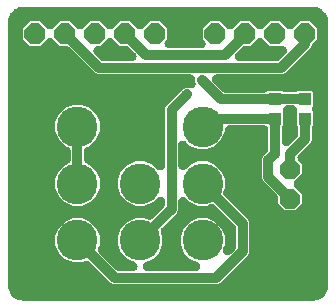
<source format=gbr>
G04 EAGLE Gerber RS-274X export*
G75*
%MOMM*%
%FSLAX34Y34*%
%LPD*%
%INTop Copper*%
%IPPOS*%
%AMOC8*
5,1,8,0,0,1.08239X$1,22.5*%
G01*
%ADD10P,1.814519X8X292.500000*%
%ADD11R,1.100000X1.000000*%
%ADD12C,3.450000*%
%ADD13P,1.924489X8X112.500000*%
%ADD14C,0.812800*%
%ADD15C,0.600000*%

G36*
X261137Y2520D02*
X261137Y2520D01*
X261258Y2520D01*
X262951Y2687D01*
X263152Y2721D01*
X263353Y2747D01*
X263415Y2766D01*
X263513Y2782D01*
X264055Y2956D01*
X264085Y2970D01*
X264108Y2977D01*
X267235Y4272D01*
X267340Y4325D01*
X267450Y4369D01*
X267595Y4452D01*
X267745Y4527D01*
X267842Y4594D01*
X267944Y4652D01*
X268033Y4725D01*
X268214Y4850D01*
X268463Y5079D01*
X268553Y5153D01*
X270947Y7547D01*
X271024Y7636D01*
X271109Y7718D01*
X271211Y7851D01*
X271321Y7977D01*
X271385Y8076D01*
X271457Y8169D01*
X271511Y8270D01*
X271630Y8455D01*
X271773Y8762D01*
X271828Y8865D01*
X273123Y11992D01*
X273188Y12186D01*
X273260Y12376D01*
X273272Y12439D01*
X273304Y12533D01*
X273407Y13093D01*
X273408Y13126D01*
X273413Y13149D01*
X273580Y14842D01*
X273587Y15119D01*
X273599Y15240D01*
X273599Y238660D01*
X273580Y238937D01*
X273580Y239058D01*
X273413Y240751D01*
X273379Y240952D01*
X273353Y241153D01*
X273334Y241215D01*
X273318Y241313D01*
X273144Y241855D01*
X273130Y241885D01*
X273123Y241908D01*
X271828Y245035D01*
X271775Y245140D01*
X271731Y245250D01*
X271648Y245395D01*
X271573Y245545D01*
X271506Y245642D01*
X271448Y245744D01*
X271375Y245833D01*
X271250Y246014D01*
X271021Y246263D01*
X270947Y246353D01*
X268553Y248747D01*
X268464Y248824D01*
X268382Y248909D01*
X268249Y249011D01*
X268123Y249121D01*
X268024Y249185D01*
X267931Y249257D01*
X267830Y249311D01*
X267645Y249430D01*
X267338Y249573D01*
X267235Y249628D01*
X264108Y250923D01*
X263914Y250988D01*
X263724Y251060D01*
X263661Y251072D01*
X263567Y251104D01*
X263007Y251207D01*
X262974Y251208D01*
X262951Y251213D01*
X261258Y251380D01*
X260981Y251387D01*
X260860Y251399D01*
X15240Y251399D01*
X14963Y251380D01*
X14842Y251380D01*
X13149Y251213D01*
X12948Y251179D01*
X12747Y251153D01*
X12685Y251134D01*
X12587Y251118D01*
X12045Y250944D01*
X12015Y250930D01*
X11992Y250923D01*
X8865Y249628D01*
X8760Y249575D01*
X8650Y249531D01*
X8505Y249448D01*
X8355Y249373D01*
X8258Y249306D01*
X8156Y249248D01*
X8067Y249175D01*
X7886Y249050D01*
X7637Y248821D01*
X7547Y248747D01*
X5153Y246353D01*
X5076Y246264D01*
X4991Y246182D01*
X4889Y246049D01*
X4779Y245923D01*
X4715Y245824D01*
X4643Y245731D01*
X4589Y245630D01*
X4470Y245445D01*
X4327Y245138D01*
X4272Y245035D01*
X2977Y241908D01*
X2912Y241714D01*
X2840Y241524D01*
X2828Y241461D01*
X2796Y241367D01*
X2693Y240807D01*
X2692Y240774D01*
X2687Y240751D01*
X2520Y239058D01*
X2513Y238781D01*
X2501Y238660D01*
X2501Y15240D01*
X2520Y14963D01*
X2520Y14842D01*
X2687Y13149D01*
X2721Y12948D01*
X2747Y12747D01*
X2766Y12685D01*
X2782Y12587D01*
X2956Y12045D01*
X2970Y12015D01*
X2977Y11992D01*
X4272Y8865D01*
X4325Y8760D01*
X4369Y8650D01*
X4452Y8505D01*
X4527Y8355D01*
X4594Y8258D01*
X4652Y8156D01*
X4725Y8067D01*
X4850Y7886D01*
X5079Y7637D01*
X5153Y7547D01*
X7547Y5153D01*
X7636Y5076D01*
X7718Y4991D01*
X7850Y4889D01*
X7977Y4779D01*
X8076Y4715D01*
X8169Y4643D01*
X8270Y4589D01*
X8455Y4470D01*
X8762Y4327D01*
X8865Y4272D01*
X11992Y2977D01*
X12186Y2912D01*
X12376Y2840D01*
X12439Y2828D01*
X12533Y2796D01*
X13093Y2693D01*
X13126Y2692D01*
X13149Y2687D01*
X14842Y2520D01*
X15119Y2513D01*
X15240Y2501D01*
X260860Y2501D01*
X261137Y2520D01*
G37*
%LPC*%
G36*
X91949Y16279D02*
X91949Y16279D01*
X89904Y17126D01*
X87767Y19263D01*
X72006Y35024D01*
X72004Y35026D01*
X72002Y35028D01*
X71796Y35207D01*
X71576Y35398D01*
X71574Y35399D01*
X71572Y35401D01*
X71331Y35557D01*
X71098Y35708D01*
X71095Y35709D01*
X71093Y35710D01*
X70836Y35829D01*
X70581Y35947D01*
X70578Y35948D01*
X70576Y35949D01*
X70309Y36030D01*
X70036Y36113D01*
X70033Y36113D01*
X70030Y36114D01*
X69745Y36158D01*
X69473Y36200D01*
X69470Y36200D01*
X69467Y36200D01*
X69179Y36204D01*
X68903Y36208D01*
X68900Y36207D01*
X68897Y36207D01*
X68626Y36172D01*
X68338Y36136D01*
X68335Y36135D01*
X68332Y36134D01*
X68320Y36131D01*
X67788Y35985D01*
X67660Y35930D01*
X67578Y35905D01*
X65030Y34849D01*
X57570Y34849D01*
X50679Y37704D01*
X45404Y42979D01*
X42549Y49870D01*
X42549Y57330D01*
X45404Y64221D01*
X50679Y69496D01*
X57570Y72351D01*
X65030Y72351D01*
X71921Y69496D01*
X77196Y64221D01*
X80051Y57330D01*
X80051Y49870D01*
X78995Y47322D01*
X78994Y47319D01*
X78993Y47317D01*
X78906Y47056D01*
X78815Y46781D01*
X78814Y46779D01*
X78813Y46776D01*
X78763Y46500D01*
X78711Y46221D01*
X78711Y46219D01*
X78711Y46216D01*
X78699Y45927D01*
X78687Y45652D01*
X78688Y45649D01*
X78688Y45646D01*
X78715Y45371D01*
X78743Y45085D01*
X78744Y45082D01*
X78744Y45079D01*
X78812Y44804D01*
X78878Y44531D01*
X78879Y44529D01*
X78880Y44526D01*
X78990Y44251D01*
X79089Y44002D01*
X79091Y44000D01*
X79092Y43997D01*
X79235Y43747D01*
X79372Y43507D01*
X79374Y43505D01*
X79375Y43503D01*
X79384Y43492D01*
X79721Y43057D01*
X79822Y42960D01*
X79876Y42894D01*
X94171Y28599D01*
X94216Y28559D01*
X94257Y28515D01*
X94431Y28373D01*
X94601Y28225D01*
X94652Y28192D01*
X94698Y28154D01*
X94891Y28037D01*
X95079Y27915D01*
X95134Y27890D01*
X95186Y27859D01*
X95392Y27770D01*
X95596Y27675D01*
X95654Y27658D01*
X95709Y27634D01*
X95926Y27575D01*
X96141Y27510D01*
X96201Y27501D01*
X96259Y27485D01*
X96376Y27474D01*
X96704Y27423D01*
X96929Y27420D01*
X97044Y27409D01*
X108106Y27409D01*
X108164Y27413D01*
X108221Y27410D01*
X108447Y27433D01*
X108674Y27449D01*
X108731Y27461D01*
X108788Y27466D01*
X109009Y27520D01*
X109232Y27568D01*
X109286Y27588D01*
X109342Y27601D01*
X109553Y27685D01*
X109767Y27764D01*
X109818Y27791D01*
X109871Y27812D01*
X110068Y27925D01*
X110269Y28032D01*
X110316Y28066D01*
X110366Y28095D01*
X110545Y28234D01*
X110729Y28369D01*
X110770Y28409D01*
X110816Y28444D01*
X110974Y28607D01*
X111137Y28766D01*
X111173Y28812D01*
X111213Y28853D01*
X111347Y29037D01*
X111486Y29217D01*
X111515Y29267D01*
X111549Y29314D01*
X111656Y29514D01*
X111768Y29712D01*
X111790Y29765D01*
X111817Y29816D01*
X111894Y30030D01*
X111978Y30241D01*
X111992Y30297D01*
X112012Y30352D01*
X112059Y30574D01*
X112113Y30795D01*
X112118Y30853D01*
X112130Y30909D01*
X112146Y31136D01*
X112168Y31362D01*
X112165Y31420D01*
X112169Y31477D01*
X112153Y31704D01*
X112143Y31932D01*
X112133Y31988D01*
X112129Y32046D01*
X112081Y32268D01*
X112039Y32492D01*
X112021Y32546D01*
X112009Y32603D01*
X111930Y32816D01*
X111858Y33032D01*
X111832Y33084D01*
X111812Y33138D01*
X111705Y33338D01*
X111603Y33541D01*
X111570Y33589D01*
X111543Y33640D01*
X111408Y33823D01*
X111279Y34010D01*
X111240Y34053D01*
X111206Y34099D01*
X111047Y34262D01*
X110893Y34429D01*
X110848Y34466D01*
X110808Y34507D01*
X110628Y34646D01*
X110452Y34790D01*
X110402Y34820D01*
X110357Y34855D01*
X110254Y34910D01*
X109964Y35085D01*
X109762Y35172D01*
X109661Y35226D01*
X103679Y37704D01*
X98404Y42979D01*
X95549Y49870D01*
X95549Y57330D01*
X98404Y64221D01*
X103679Y69496D01*
X110570Y72351D01*
X118030Y72351D01*
X120578Y71295D01*
X120581Y71294D01*
X120583Y71293D01*
X120847Y71205D01*
X121119Y71115D01*
X121121Y71114D01*
X121124Y71113D01*
X121400Y71063D01*
X121679Y71011D01*
X121681Y71011D01*
X121684Y71011D01*
X121973Y70999D01*
X122248Y70987D01*
X122251Y70988D01*
X122254Y70988D01*
X122529Y71015D01*
X122815Y71043D01*
X122818Y71044D01*
X122821Y71044D01*
X123092Y71111D01*
X123369Y71178D01*
X123371Y71179D01*
X123374Y71180D01*
X123643Y71288D01*
X123898Y71389D01*
X123900Y71391D01*
X123903Y71392D01*
X124153Y71535D01*
X124393Y71672D01*
X124395Y71674D01*
X124397Y71675D01*
X124408Y71684D01*
X124843Y72021D01*
X124940Y72122D01*
X125006Y72176D01*
X134215Y81385D01*
X134255Y81430D01*
X134299Y81471D01*
X134441Y81645D01*
X134589Y81815D01*
X134622Y81866D01*
X134660Y81912D01*
X134777Y82105D01*
X134899Y82293D01*
X134924Y82348D01*
X134955Y82400D01*
X135044Y82606D01*
X135139Y82810D01*
X135156Y82868D01*
X135180Y82923D01*
X135239Y83140D01*
X135304Y83355D01*
X135313Y83415D01*
X135329Y83473D01*
X135340Y83590D01*
X135391Y83918D01*
X135394Y84143D01*
X135405Y84258D01*
X135405Y86378D01*
X135397Y86493D01*
X135399Y86608D01*
X135377Y86777D01*
X135365Y86947D01*
X135341Y87059D01*
X135327Y87174D01*
X135282Y87338D01*
X135246Y87504D01*
X135207Y87612D01*
X135176Y87723D01*
X135109Y87879D01*
X135050Y88039D01*
X134996Y88141D01*
X134950Y88246D01*
X134862Y88391D01*
X134782Y88541D01*
X134714Y88634D01*
X134654Y88733D01*
X134546Y88864D01*
X134445Y89001D01*
X134365Y89084D01*
X134292Y89173D01*
X134166Y89288D01*
X134048Y89409D01*
X133957Y89480D01*
X133872Y89558D01*
X133732Y89654D01*
X133597Y89758D01*
X133497Y89815D01*
X133402Y89880D01*
X133250Y89956D01*
X133102Y90040D01*
X132995Y90083D01*
X132892Y90134D01*
X132731Y90188D01*
X132573Y90251D01*
X132460Y90278D01*
X132351Y90314D01*
X132184Y90345D01*
X132019Y90385D01*
X131904Y90396D01*
X131791Y90417D01*
X131621Y90423D01*
X131452Y90440D01*
X131337Y90435D01*
X131221Y90440D01*
X131052Y90423D01*
X130882Y90415D01*
X130769Y90394D01*
X130654Y90383D01*
X130489Y90342D01*
X130322Y90311D01*
X130213Y90275D01*
X130101Y90247D01*
X129943Y90184D01*
X129782Y90130D01*
X129679Y90078D01*
X129572Y90036D01*
X129425Y89951D01*
X129273Y89875D01*
X129178Y89809D01*
X129078Y89752D01*
X128989Y89679D01*
X128804Y89551D01*
X128560Y89326D01*
X128469Y89251D01*
X124921Y85704D01*
X118030Y82849D01*
X110570Y82849D01*
X103679Y85704D01*
X98404Y90979D01*
X95549Y97870D01*
X95549Y105330D01*
X98404Y112221D01*
X103679Y117496D01*
X110570Y120351D01*
X118030Y120351D01*
X124921Y117496D01*
X128469Y113949D01*
X128556Y113873D01*
X128636Y113791D01*
X128771Y113686D01*
X128899Y113575D01*
X128996Y113512D01*
X129087Y113442D01*
X129234Y113358D01*
X129377Y113265D01*
X129482Y113217D01*
X129582Y113160D01*
X129740Y113097D01*
X129894Y113025D01*
X130004Y112992D01*
X130111Y112949D01*
X130277Y112909D01*
X130439Y112860D01*
X130553Y112842D01*
X130665Y112815D01*
X130835Y112799D01*
X131002Y112773D01*
X131117Y112771D01*
X131232Y112760D01*
X131402Y112767D01*
X131572Y112765D01*
X131686Y112780D01*
X131802Y112785D01*
X131969Y112816D01*
X132137Y112837D01*
X132249Y112868D01*
X132362Y112889D01*
X132523Y112943D01*
X132687Y112988D01*
X132793Y113033D01*
X132902Y113070D01*
X133054Y113146D01*
X133210Y113213D01*
X133308Y113273D01*
X133411Y113325D01*
X133551Y113422D01*
X133696Y113510D01*
X133785Y113583D01*
X133880Y113649D01*
X134005Y113764D01*
X134137Y113872D01*
X134214Y113957D01*
X134299Y114035D01*
X134407Y114167D01*
X134522Y114292D01*
X134587Y114387D01*
X134660Y114476D01*
X134748Y114622D01*
X134844Y114762D01*
X134896Y114865D01*
X134955Y114963D01*
X135022Y115119D01*
X135098Y115272D01*
X135134Y115381D01*
X135180Y115487D01*
X135224Y115651D01*
X135278Y115813D01*
X135299Y115926D01*
X135329Y116037D01*
X135340Y116152D01*
X135380Y116373D01*
X135394Y116705D01*
X135405Y116822D01*
X135405Y164937D01*
X136252Y166982D01*
X151026Y181756D01*
X153071Y182603D01*
X155285Y182603D01*
X155736Y182416D01*
X155845Y182379D01*
X155951Y182334D01*
X156115Y182289D01*
X156276Y182235D01*
X156390Y182214D01*
X156501Y182184D01*
X156669Y182163D01*
X156837Y182132D01*
X156952Y182127D01*
X157066Y182113D01*
X157236Y182115D01*
X157406Y182108D01*
X157521Y182120D01*
X157636Y182121D01*
X157803Y182148D01*
X157973Y182164D01*
X158085Y182192D01*
X158199Y182209D01*
X158361Y182259D01*
X158526Y182299D01*
X158634Y182342D01*
X158744Y182375D01*
X158898Y182447D01*
X159056Y182510D01*
X159156Y182567D01*
X159260Y182616D01*
X159403Y182709D01*
X159550Y182793D01*
X159641Y182864D01*
X159738Y182926D01*
X159866Y183038D01*
X160001Y183142D01*
X160081Y183225D01*
X160168Y183301D01*
X160279Y183429D01*
X160397Y183551D01*
X160465Y183644D01*
X160541Y183731D01*
X160633Y183874D01*
X160733Y184011D01*
X160788Y184113D01*
X160850Y184210D01*
X160921Y184364D01*
X161001Y184514D01*
X161041Y184623D01*
X161089Y184727D01*
X161138Y184890D01*
X161196Y185050D01*
X161220Y185163D01*
X161254Y185273D01*
X161279Y185440D01*
X161315Y185607D01*
X161323Y185722D01*
X161340Y185836D01*
X161342Y186006D01*
X161354Y186175D01*
X161346Y186290D01*
X161347Y186406D01*
X161325Y186574D01*
X161313Y186744D01*
X161289Y186856D01*
X161274Y186971D01*
X161241Y187081D01*
X161193Y187301D01*
X161079Y187612D01*
X161045Y187725D01*
X160932Y187996D01*
X160932Y190016D01*
X160916Y190245D01*
X160906Y190476D01*
X160896Y190530D01*
X160892Y190584D01*
X160844Y190810D01*
X160802Y191036D01*
X160785Y191088D01*
X160773Y191142D01*
X160694Y191358D01*
X160621Y191576D01*
X160596Y191625D01*
X160577Y191677D01*
X160469Y191880D01*
X160366Y192085D01*
X160335Y192131D01*
X160309Y192179D01*
X160173Y192365D01*
X160042Y192554D01*
X160005Y192595D01*
X159972Y192639D01*
X159812Y192804D01*
X159656Y192973D01*
X159613Y193008D01*
X159575Y193047D01*
X159393Y193188D01*
X159215Y193334D01*
X159167Y193362D01*
X159124Y193396D01*
X158924Y193510D01*
X158727Y193629D01*
X158677Y193651D01*
X158629Y193678D01*
X158415Y193763D01*
X158204Y193854D01*
X158151Y193868D01*
X158100Y193888D01*
X157875Y193943D01*
X157654Y194003D01*
X157610Y194007D01*
X157546Y194023D01*
X156979Y194078D01*
X156913Y194075D01*
X156869Y194079D01*
X78649Y194079D01*
X76604Y194926D01*
X54511Y217019D01*
X54466Y217059D01*
X54425Y217103D01*
X54251Y217245D01*
X54081Y217393D01*
X54030Y217426D01*
X53984Y217464D01*
X53791Y217581D01*
X53603Y217703D01*
X53548Y217728D01*
X53496Y217759D01*
X53290Y217848D01*
X53086Y217943D01*
X53028Y217960D01*
X52973Y217984D01*
X52756Y218042D01*
X52541Y218108D01*
X52481Y218117D01*
X52423Y218133D01*
X52306Y218144D01*
X51978Y218195D01*
X51753Y218198D01*
X51638Y218209D01*
X46496Y218209D01*
X40973Y223732D01*
X40799Y223883D01*
X40630Y224039D01*
X40584Y224070D01*
X40543Y224106D01*
X40350Y224231D01*
X40160Y224361D01*
X40111Y224386D01*
X40065Y224416D01*
X39856Y224513D01*
X39650Y224615D01*
X39598Y224632D01*
X39548Y224656D01*
X39327Y224722D01*
X39109Y224795D01*
X39055Y224805D01*
X39003Y224821D01*
X38775Y224856D01*
X38549Y224897D01*
X38494Y224900D01*
X38440Y224908D01*
X38210Y224911D01*
X37979Y224920D01*
X37925Y224915D01*
X37870Y224916D01*
X37641Y224887D01*
X37412Y224864D01*
X37359Y224851D01*
X37305Y224844D01*
X37082Y224783D01*
X36859Y224728D01*
X36808Y224708D01*
X36755Y224693D01*
X36544Y224602D01*
X36330Y224517D01*
X36282Y224489D01*
X36232Y224467D01*
X36035Y224348D01*
X35836Y224233D01*
X35802Y224205D01*
X35746Y224171D01*
X35305Y223809D01*
X35261Y223760D01*
X35227Y223732D01*
X29704Y218209D01*
X21096Y218209D01*
X15009Y224296D01*
X15009Y232904D01*
X21096Y238991D01*
X29704Y238991D01*
X35227Y233468D01*
X35401Y233317D01*
X35570Y233161D01*
X35616Y233130D01*
X35657Y233094D01*
X35850Y232969D01*
X36040Y232839D01*
X36089Y232814D01*
X36135Y232784D01*
X36344Y232687D01*
X36550Y232585D01*
X36602Y232568D01*
X36652Y232544D01*
X36872Y232478D01*
X37091Y232405D01*
X37145Y232395D01*
X37197Y232379D01*
X37424Y232344D01*
X37651Y232303D01*
X37706Y232300D01*
X37760Y232292D01*
X37990Y232289D01*
X38221Y232280D01*
X38275Y232285D01*
X38330Y232284D01*
X38558Y232313D01*
X38787Y232336D01*
X38841Y232349D01*
X38895Y232356D01*
X39118Y232417D01*
X39341Y232472D01*
X39392Y232492D01*
X39445Y232507D01*
X39656Y232598D01*
X39870Y232683D01*
X39918Y232711D01*
X39968Y232733D01*
X40165Y232852D01*
X40364Y232967D01*
X40398Y232995D01*
X40454Y233029D01*
X40895Y233391D01*
X40939Y233440D01*
X40973Y233468D01*
X46496Y238991D01*
X55104Y238991D01*
X60627Y233468D01*
X60801Y233317D01*
X60970Y233161D01*
X61016Y233130D01*
X61057Y233094D01*
X61250Y232969D01*
X61440Y232839D01*
X61489Y232814D01*
X61535Y232784D01*
X61744Y232687D01*
X61950Y232585D01*
X62002Y232568D01*
X62052Y232544D01*
X62272Y232478D01*
X62491Y232405D01*
X62545Y232395D01*
X62597Y232379D01*
X62824Y232344D01*
X63051Y232303D01*
X63106Y232300D01*
X63160Y232292D01*
X63390Y232289D01*
X63621Y232280D01*
X63675Y232285D01*
X63730Y232284D01*
X63958Y232313D01*
X64187Y232336D01*
X64241Y232349D01*
X64295Y232356D01*
X64518Y232417D01*
X64741Y232472D01*
X64792Y232492D01*
X64845Y232507D01*
X65056Y232598D01*
X65270Y232683D01*
X65318Y232711D01*
X65368Y232733D01*
X65565Y232852D01*
X65764Y232967D01*
X65798Y232995D01*
X65854Y233029D01*
X66295Y233391D01*
X66339Y233440D01*
X66373Y233468D01*
X71896Y238991D01*
X80504Y238991D01*
X86027Y233468D01*
X86201Y233317D01*
X86370Y233161D01*
X86416Y233130D01*
X86457Y233094D01*
X86650Y232969D01*
X86840Y232839D01*
X86889Y232814D01*
X86935Y232784D01*
X87144Y232687D01*
X87350Y232585D01*
X87402Y232568D01*
X87452Y232544D01*
X87672Y232478D01*
X87891Y232405D01*
X87945Y232395D01*
X87997Y232379D01*
X88224Y232344D01*
X88451Y232303D01*
X88506Y232300D01*
X88560Y232292D01*
X88790Y232289D01*
X89021Y232280D01*
X89075Y232285D01*
X89130Y232284D01*
X89358Y232313D01*
X89587Y232336D01*
X89641Y232349D01*
X89695Y232356D01*
X89918Y232417D01*
X90141Y232472D01*
X90192Y232492D01*
X90245Y232507D01*
X90456Y232598D01*
X90670Y232683D01*
X90718Y232711D01*
X90768Y232733D01*
X90965Y232852D01*
X91164Y232967D01*
X91198Y232995D01*
X91254Y233029D01*
X91695Y233391D01*
X91739Y233440D01*
X91773Y233468D01*
X97296Y238991D01*
X105904Y238991D01*
X111427Y233468D01*
X111601Y233317D01*
X111770Y233161D01*
X111816Y233130D01*
X111857Y233094D01*
X112050Y232969D01*
X112240Y232839D01*
X112289Y232814D01*
X112335Y232784D01*
X112544Y232687D01*
X112750Y232585D01*
X112802Y232568D01*
X112852Y232544D01*
X113072Y232478D01*
X113291Y232405D01*
X113345Y232395D01*
X113397Y232379D01*
X113624Y232344D01*
X113851Y232303D01*
X113906Y232300D01*
X113960Y232292D01*
X114190Y232289D01*
X114421Y232280D01*
X114475Y232285D01*
X114530Y232284D01*
X114758Y232313D01*
X114987Y232336D01*
X115041Y232349D01*
X115095Y232356D01*
X115318Y232417D01*
X115541Y232472D01*
X115592Y232492D01*
X115645Y232507D01*
X115856Y232598D01*
X116070Y232683D01*
X116118Y232711D01*
X116168Y232733D01*
X116365Y232852D01*
X116564Y232967D01*
X116598Y232995D01*
X116654Y233029D01*
X117095Y233391D01*
X117139Y233440D01*
X117173Y233468D01*
X122696Y238991D01*
X131304Y238991D01*
X137391Y232904D01*
X137391Y224296D01*
X136162Y223067D01*
X136086Y222980D01*
X136004Y222900D01*
X135899Y222765D01*
X135788Y222637D01*
X135726Y222540D01*
X135655Y222449D01*
X135571Y222302D01*
X135478Y222159D01*
X135430Y222054D01*
X135373Y221954D01*
X135310Y221796D01*
X135238Y221642D01*
X135205Y221532D01*
X135163Y221425D01*
X135122Y221259D01*
X135073Y221097D01*
X135056Y220983D01*
X135028Y220871D01*
X135012Y220701D01*
X134986Y220534D01*
X134984Y220419D01*
X134973Y220304D01*
X134981Y220134D01*
X134978Y219964D01*
X134993Y219850D01*
X134998Y219734D01*
X135029Y219567D01*
X135050Y219399D01*
X135081Y219287D01*
X135102Y219174D01*
X135156Y219013D01*
X135201Y218849D01*
X135246Y218743D01*
X135283Y218634D01*
X135359Y218482D01*
X135427Y218326D01*
X135487Y218228D01*
X135538Y218125D01*
X135635Y217985D01*
X135723Y217840D01*
X135797Y217751D01*
X135862Y217656D01*
X135977Y217531D01*
X136085Y217399D01*
X136170Y217322D01*
X136248Y217237D01*
X136380Y217129D01*
X136505Y217014D01*
X136600Y216949D01*
X136689Y216876D01*
X136835Y216788D01*
X136975Y216692D01*
X137078Y216640D01*
X137177Y216581D01*
X137333Y216514D01*
X137485Y216438D01*
X137595Y216402D01*
X137700Y216356D01*
X137864Y216312D01*
X138026Y216258D01*
X138139Y216237D01*
X138250Y216207D01*
X138365Y216196D01*
X138586Y216156D01*
X138918Y216142D01*
X139035Y216131D01*
X165765Y216131D01*
X165880Y216139D01*
X165995Y216137D01*
X166164Y216159D01*
X166333Y216171D01*
X166446Y216195D01*
X166560Y216209D01*
X166724Y216254D01*
X166891Y216290D01*
X166999Y216329D01*
X167110Y216360D01*
X167266Y216427D01*
X167426Y216486D01*
X167527Y216540D01*
X167633Y216586D01*
X167778Y216674D01*
X167928Y216754D01*
X168021Y216822D01*
X168120Y216882D01*
X168251Y216990D01*
X168388Y217091D01*
X168471Y217171D01*
X168560Y217244D01*
X168674Y217370D01*
X168796Y217488D01*
X168867Y217579D01*
X168945Y217664D01*
X169041Y217804D01*
X169145Y217939D01*
X169202Y218039D01*
X169267Y218134D01*
X169343Y218286D01*
X169427Y218434D01*
X169470Y218541D01*
X169521Y218644D01*
X169575Y218805D01*
X169637Y218963D01*
X169665Y219076D01*
X169701Y219185D01*
X169731Y219352D01*
X169772Y219517D01*
X169783Y219632D01*
X169803Y219745D01*
X169810Y219915D01*
X169827Y220084D01*
X169822Y220199D01*
X169827Y220315D01*
X169810Y220484D01*
X169802Y220654D01*
X169781Y220767D01*
X169770Y220882D01*
X169729Y221047D01*
X169698Y221214D01*
X169662Y221323D01*
X169634Y221435D01*
X169571Y221593D01*
X169517Y221754D01*
X169465Y221857D01*
X169423Y221964D01*
X169338Y222111D01*
X169262Y222263D01*
X169196Y222358D01*
X169139Y222458D01*
X169066Y222547D01*
X168938Y222732D01*
X168713Y222976D01*
X168638Y223067D01*
X167409Y224296D01*
X167409Y232904D01*
X173496Y238991D01*
X182104Y238991D01*
X187627Y233468D01*
X187801Y233317D01*
X187970Y233161D01*
X188016Y233130D01*
X188057Y233094D01*
X188250Y232969D01*
X188440Y232839D01*
X188489Y232814D01*
X188535Y232784D01*
X188744Y232687D01*
X188950Y232585D01*
X189002Y232568D01*
X189052Y232544D01*
X189272Y232478D01*
X189491Y232405D01*
X189545Y232395D01*
X189597Y232379D01*
X189824Y232344D01*
X190051Y232303D01*
X190106Y232300D01*
X190160Y232292D01*
X190390Y232289D01*
X190621Y232280D01*
X190675Y232285D01*
X190730Y232284D01*
X190958Y232313D01*
X191187Y232336D01*
X191241Y232349D01*
X191295Y232356D01*
X191518Y232417D01*
X191741Y232472D01*
X191792Y232492D01*
X191845Y232507D01*
X192056Y232598D01*
X192270Y232683D01*
X192318Y232711D01*
X192368Y232733D01*
X192565Y232852D01*
X192764Y232967D01*
X192798Y232995D01*
X192854Y233029D01*
X193295Y233391D01*
X193339Y233440D01*
X193373Y233468D01*
X198896Y238991D01*
X207504Y238991D01*
X213027Y233468D01*
X213201Y233317D01*
X213370Y233161D01*
X213416Y233130D01*
X213457Y233094D01*
X213650Y232969D01*
X213840Y232839D01*
X213889Y232814D01*
X213935Y232784D01*
X214144Y232687D01*
X214350Y232585D01*
X214402Y232568D01*
X214452Y232544D01*
X214672Y232478D01*
X214891Y232405D01*
X214945Y232395D01*
X214997Y232379D01*
X215224Y232344D01*
X215451Y232303D01*
X215506Y232300D01*
X215560Y232292D01*
X215790Y232289D01*
X216021Y232280D01*
X216075Y232285D01*
X216130Y232284D01*
X216358Y232313D01*
X216587Y232336D01*
X216641Y232349D01*
X216695Y232356D01*
X216918Y232417D01*
X217141Y232472D01*
X217192Y232492D01*
X217245Y232507D01*
X217456Y232598D01*
X217670Y232683D01*
X217718Y232711D01*
X217768Y232733D01*
X217965Y232852D01*
X218164Y232967D01*
X218198Y232995D01*
X218254Y233029D01*
X218695Y233391D01*
X218739Y233440D01*
X218773Y233468D01*
X224296Y238991D01*
X232904Y238991D01*
X238427Y233468D01*
X238601Y233317D01*
X238770Y233161D01*
X238816Y233130D01*
X238857Y233094D01*
X239050Y232969D01*
X239240Y232839D01*
X239289Y232814D01*
X239335Y232784D01*
X239544Y232687D01*
X239750Y232585D01*
X239802Y232568D01*
X239852Y232544D01*
X240072Y232478D01*
X240291Y232405D01*
X240345Y232395D01*
X240397Y232379D01*
X240624Y232344D01*
X240851Y232303D01*
X240906Y232300D01*
X240960Y232292D01*
X241190Y232289D01*
X241421Y232280D01*
X241475Y232285D01*
X241530Y232284D01*
X241758Y232313D01*
X241987Y232336D01*
X242041Y232349D01*
X242095Y232356D01*
X242318Y232417D01*
X242541Y232472D01*
X242592Y232492D01*
X242645Y232507D01*
X242856Y232598D01*
X243070Y232683D01*
X243118Y232711D01*
X243168Y232733D01*
X243365Y232852D01*
X243564Y232967D01*
X243598Y232995D01*
X243654Y233029D01*
X244095Y233391D01*
X244139Y233440D01*
X244173Y233468D01*
X249696Y238991D01*
X258304Y238991D01*
X264391Y232904D01*
X264391Y224296D01*
X260570Y220475D01*
X260492Y220386D01*
X260408Y220304D01*
X260306Y220171D01*
X260196Y220045D01*
X260132Y219946D01*
X260060Y219852D01*
X260006Y219752D01*
X259886Y219567D01*
X259744Y219260D01*
X259689Y219157D01*
X258718Y216812D01*
X236832Y194926D01*
X234787Y194079D01*
X179200Y194079D01*
X179085Y194071D01*
X178970Y194073D01*
X178801Y194051D01*
X178632Y194039D01*
X178519Y194015D01*
X178405Y194001D01*
X178240Y193956D01*
X178074Y193920D01*
X177966Y193881D01*
X177855Y193850D01*
X177699Y193783D01*
X177539Y193724D01*
X177438Y193670D01*
X177332Y193624D01*
X177187Y193536D01*
X177037Y193456D01*
X176944Y193388D01*
X176846Y193328D01*
X176714Y193220D01*
X176577Y193119D01*
X176494Y193039D01*
X176405Y192966D01*
X176291Y192841D01*
X176169Y192722D01*
X176098Y192631D01*
X176020Y192546D01*
X175924Y192406D01*
X175820Y192271D01*
X175763Y192171D01*
X175698Y192076D01*
X175622Y191924D01*
X175538Y191776D01*
X175495Y191669D01*
X175444Y191566D01*
X175390Y191405D01*
X175328Y191247D01*
X175300Y191134D01*
X175264Y191025D01*
X175234Y190858D01*
X175193Y190693D01*
X175182Y190578D01*
X175162Y190465D01*
X175155Y190295D01*
X175138Y190126D01*
X175143Y190011D01*
X175139Y189895D01*
X175155Y189726D01*
X175163Y189556D01*
X175184Y189443D01*
X175195Y189329D01*
X175236Y189163D01*
X175267Y188996D01*
X175303Y188887D01*
X175331Y188775D01*
X175394Y188617D01*
X175448Y188456D01*
X175500Y188353D01*
X175542Y188246D01*
X175627Y188099D01*
X175703Y187947D01*
X175769Y187852D01*
X175826Y187752D01*
X175899Y187663D01*
X176027Y187478D01*
X176252Y187234D01*
X176327Y187143D01*
X183741Y179729D01*
X183786Y179689D01*
X183827Y179645D01*
X184001Y179503D01*
X184171Y179355D01*
X184222Y179322D01*
X184268Y179284D01*
X184461Y179167D01*
X184649Y179045D01*
X184704Y179020D01*
X184756Y178989D01*
X184962Y178900D01*
X185166Y178805D01*
X185224Y178788D01*
X185279Y178764D01*
X185496Y178705D01*
X185711Y178640D01*
X185771Y178631D01*
X185829Y178615D01*
X185947Y178604D01*
X186274Y178553D01*
X186499Y178550D01*
X186614Y178539D01*
X219233Y178539D01*
X219294Y178543D01*
X219354Y178541D01*
X219577Y178563D01*
X219802Y178579D01*
X219861Y178591D01*
X219921Y178597D01*
X220139Y178651D01*
X220359Y178698D01*
X220416Y178719D01*
X220474Y178733D01*
X220683Y178816D01*
X220894Y178894D01*
X220947Y178922D01*
X221003Y178945D01*
X221198Y179056D01*
X221396Y179162D01*
X221445Y179198D01*
X221498Y179228D01*
X221588Y179303D01*
X221856Y179499D01*
X222017Y179656D01*
X222107Y179729D01*
X222478Y180101D01*
X234760Y180101D01*
X234898Y179981D01*
X234948Y179948D01*
X234995Y179910D01*
X235187Y179793D01*
X235376Y179671D01*
X235431Y179646D01*
X235482Y179615D01*
X235689Y179526D01*
X235893Y179432D01*
X235950Y179414D01*
X236006Y179390D01*
X236222Y179332D01*
X236438Y179266D01*
X236498Y179257D01*
X236556Y179241D01*
X236673Y179230D01*
X237001Y179179D01*
X237226Y179176D01*
X237341Y179165D01*
X245259Y179165D01*
X245319Y179169D01*
X245380Y179167D01*
X245603Y179189D01*
X245828Y179205D01*
X245887Y179217D01*
X245947Y179223D01*
X246165Y179277D01*
X246385Y179324D01*
X246441Y179344D01*
X246500Y179359D01*
X246709Y179442D01*
X246920Y179520D01*
X246973Y179548D01*
X247029Y179570D01*
X247224Y179682D01*
X247422Y179788D01*
X247471Y179824D01*
X247524Y179854D01*
X247615Y179929D01*
X247849Y180101D01*
X260122Y180101D01*
X261001Y179222D01*
X261001Y167978D01*
X260995Y167973D01*
X260844Y167799D01*
X260689Y167630D01*
X260658Y167584D01*
X260622Y167543D01*
X260497Y167350D01*
X260366Y167160D01*
X260342Y167111D01*
X260312Y167065D01*
X260215Y166856D01*
X260113Y166650D01*
X260095Y166598D01*
X260072Y166548D01*
X260005Y166327D01*
X259933Y166109D01*
X259923Y166055D01*
X259907Y166003D01*
X259872Y165775D01*
X259830Y165549D01*
X259828Y165494D01*
X259820Y165440D01*
X259817Y165210D01*
X259807Y164979D01*
X259813Y164925D01*
X259812Y164870D01*
X259841Y164642D01*
X259864Y164412D01*
X259877Y164359D01*
X259884Y164305D01*
X259945Y164082D01*
X260000Y163859D01*
X260020Y163808D01*
X260034Y163755D01*
X260126Y163543D01*
X260211Y163330D01*
X260238Y163282D01*
X260260Y163232D01*
X260380Y163035D01*
X260495Y162836D01*
X260523Y162802D01*
X260557Y162746D01*
X260764Y162494D01*
X260765Y162492D01*
X260766Y162491D01*
X260919Y162305D01*
X260967Y162261D01*
X260996Y162227D01*
X261001Y162222D01*
X261001Y150978D01*
X260755Y150732D01*
X260715Y150687D01*
X260671Y150646D01*
X260529Y150472D01*
X260381Y150302D01*
X260348Y150252D01*
X260310Y150205D01*
X260193Y150013D01*
X260071Y149824D01*
X260046Y149769D01*
X260015Y149718D01*
X259926Y149511D01*
X259831Y149307D01*
X259814Y149249D01*
X259790Y149194D01*
X259732Y148977D01*
X259666Y148762D01*
X259657Y148702D01*
X259641Y148644D01*
X259630Y148527D01*
X259579Y148199D01*
X259576Y147974D01*
X259565Y147859D01*
X259565Y138593D01*
X258718Y136548D01*
X256581Y134411D01*
X248746Y126576D01*
X248595Y126402D01*
X248440Y126233D01*
X248409Y126188D01*
X248372Y126146D01*
X248247Y125953D01*
X248117Y125763D01*
X248093Y125714D01*
X248063Y125668D01*
X247966Y125459D01*
X247863Y125253D01*
X247846Y125201D01*
X247823Y125151D01*
X247756Y124931D01*
X247683Y124713D01*
X247674Y124659D01*
X247658Y124606D01*
X247622Y124379D01*
X247581Y124152D01*
X247579Y124097D01*
X247570Y124043D01*
X247567Y123813D01*
X247558Y123583D01*
X247563Y123528D01*
X247563Y123473D01*
X247592Y123245D01*
X247615Y123016D01*
X247628Y122963D01*
X247635Y122908D01*
X247695Y122686D01*
X247750Y122462D01*
X247771Y122411D01*
X247785Y122358D01*
X247876Y122147D01*
X247962Y121933D01*
X247989Y121886D01*
X248011Y121835D01*
X248131Y121639D01*
X248245Y121439D01*
X248274Y121405D01*
X248308Y121349D01*
X248670Y120909D01*
X248718Y120864D01*
X248746Y120830D01*
X251183Y118394D01*
X251183Y110206D01*
X245449Y104473D01*
X245298Y104299D01*
X245143Y104130D01*
X245112Y104084D01*
X245076Y104043D01*
X244950Y103850D01*
X244820Y103660D01*
X244796Y103611D01*
X244766Y103565D01*
X244669Y103356D01*
X244567Y103150D01*
X244549Y103098D01*
X244526Y103048D01*
X244459Y102828D01*
X244387Y102609D01*
X244377Y102555D01*
X244361Y102503D01*
X244326Y102276D01*
X244284Y102049D01*
X244282Y101994D01*
X244274Y101940D01*
X244270Y101710D01*
X244261Y101479D01*
X244267Y101425D01*
X244266Y101370D01*
X244295Y101142D01*
X244318Y100913D01*
X244331Y100859D01*
X244338Y100805D01*
X244399Y100582D01*
X244453Y100359D01*
X244474Y100308D01*
X244488Y100255D01*
X244580Y100044D01*
X244665Y99830D01*
X244692Y99782D01*
X244714Y99732D01*
X244834Y99535D01*
X244949Y99336D01*
X244977Y99302D01*
X245011Y99246D01*
X245373Y98805D01*
X245421Y98761D01*
X245449Y98727D01*
X251183Y92994D01*
X251183Y84806D01*
X245394Y79017D01*
X237206Y79017D01*
X231417Y84806D01*
X231417Y89230D01*
X231413Y89290D01*
X231415Y89351D01*
X231393Y89574D01*
X231377Y89798D01*
X231365Y89858D01*
X231359Y89917D01*
X231305Y90136D01*
X231258Y90356D01*
X231238Y90412D01*
X231223Y90471D01*
X231140Y90680D01*
X231062Y90891D01*
X231034Y90944D01*
X231012Y91000D01*
X230900Y91195D01*
X230794Y91393D01*
X230758Y91442D01*
X230728Y91494D01*
X230653Y91585D01*
X230457Y91853D01*
X230300Y92014D01*
X230227Y92103D01*
X218040Y104290D01*
X217193Y106335D01*
X217193Y122265D01*
X218040Y124310D01*
X220177Y126447D01*
X221845Y128115D01*
X221885Y128160D01*
X221929Y128201D01*
X222071Y128375D01*
X222219Y128545D01*
X222252Y128596D01*
X222290Y128642D01*
X222406Y128835D01*
X222529Y129023D01*
X222554Y129078D01*
X222585Y129130D01*
X222674Y129336D01*
X222769Y129540D01*
X222786Y129598D01*
X222810Y129653D01*
X222869Y129871D01*
X222934Y130085D01*
X222943Y130145D01*
X222959Y130203D01*
X222970Y130321D01*
X223021Y130648D01*
X223024Y130873D01*
X223035Y130988D01*
X223035Y146972D01*
X223019Y147201D01*
X223009Y147432D01*
X222999Y147486D01*
X222995Y147540D01*
X222947Y147766D01*
X222905Y147992D01*
X222888Y148044D01*
X222876Y148098D01*
X222797Y148314D01*
X222724Y148532D01*
X222699Y148581D01*
X222680Y148633D01*
X222572Y148836D01*
X222469Y149041D01*
X222438Y149087D01*
X222412Y149135D01*
X222276Y149321D01*
X222145Y149510D01*
X222108Y149551D01*
X222075Y149595D01*
X221915Y149760D01*
X221759Y149929D01*
X221716Y149964D01*
X221678Y150003D01*
X221496Y150144D01*
X221318Y150290D01*
X221270Y150318D01*
X221227Y150352D01*
X221027Y150466D01*
X220830Y150585D01*
X220780Y150607D01*
X220732Y150634D01*
X220518Y150719D01*
X220307Y150810D01*
X220254Y150824D01*
X220203Y150844D01*
X219978Y150899D01*
X219757Y150959D01*
X219713Y150963D01*
X219649Y150979D01*
X219082Y151034D01*
X219016Y151031D01*
X218972Y151035D01*
X190114Y151035D01*
X189885Y151019D01*
X189654Y151009D01*
X189600Y150999D01*
X189546Y150995D01*
X189320Y150947D01*
X189094Y150905D01*
X189042Y150888D01*
X188988Y150876D01*
X188772Y150797D01*
X188554Y150724D01*
X188505Y150699D01*
X188453Y150680D01*
X188250Y150572D01*
X188045Y150469D01*
X187999Y150438D01*
X187951Y150412D01*
X187765Y150276D01*
X187576Y150145D01*
X187535Y150108D01*
X187491Y150075D01*
X187326Y149915D01*
X187157Y149759D01*
X187122Y149716D01*
X187083Y149678D01*
X186942Y149496D01*
X186796Y149318D01*
X186768Y149270D01*
X186734Y149227D01*
X186620Y149027D01*
X186501Y148830D01*
X186479Y148780D01*
X186452Y148732D01*
X186367Y148518D01*
X186276Y148307D01*
X186262Y148254D01*
X186242Y148203D01*
X186187Y147978D01*
X186127Y147757D01*
X186123Y147713D01*
X186107Y147649D01*
X186052Y147082D01*
X186055Y147016D01*
X186051Y146972D01*
X186051Y145870D01*
X183196Y138979D01*
X177921Y133704D01*
X171030Y130849D01*
X163570Y130849D01*
X156679Y133704D01*
X153471Y136911D01*
X153384Y136987D01*
X153304Y137069D01*
X153169Y137174D01*
X153041Y137285D01*
X152944Y137348D01*
X152853Y137418D01*
X152706Y137502D01*
X152563Y137595D01*
X152458Y137643D01*
X152358Y137700D01*
X152200Y137763D01*
X152046Y137835D01*
X151936Y137868D01*
X151829Y137911D01*
X151663Y137951D01*
X151501Y138000D01*
X151387Y138018D01*
X151275Y138045D01*
X151105Y138061D01*
X150938Y138087D01*
X150823Y138089D01*
X150708Y138100D01*
X150538Y138093D01*
X150368Y138095D01*
X150254Y138080D01*
X150138Y138075D01*
X149971Y138044D01*
X149803Y138023D01*
X149691Y137992D01*
X149578Y137971D01*
X149417Y137917D01*
X149253Y137872D01*
X149147Y137827D01*
X149038Y137790D01*
X148886Y137714D01*
X148730Y137647D01*
X148632Y137587D01*
X148529Y137535D01*
X148389Y137438D01*
X148244Y137350D01*
X148155Y137277D01*
X148060Y137211D01*
X147935Y137096D01*
X147803Y136988D01*
X147726Y136903D01*
X147641Y136825D01*
X147533Y136693D01*
X147418Y136568D01*
X147353Y136473D01*
X147280Y136384D01*
X147192Y136238D01*
X147096Y136098D01*
X147044Y135995D01*
X146985Y135897D01*
X146918Y135741D01*
X146842Y135588D01*
X146806Y135479D01*
X146760Y135373D01*
X146716Y135209D01*
X146662Y135047D01*
X146641Y134934D01*
X146611Y134823D01*
X146600Y134708D01*
X146560Y134487D01*
X146546Y134155D01*
X146535Y134038D01*
X146535Y117162D01*
X146543Y117047D01*
X146541Y116932D01*
X146563Y116763D01*
X146575Y116593D01*
X146599Y116481D01*
X146613Y116366D01*
X146658Y116202D01*
X146694Y116036D01*
X146733Y115928D01*
X146764Y115817D01*
X146831Y115661D01*
X146890Y115501D01*
X146944Y115399D01*
X146990Y115294D01*
X147078Y115149D01*
X147158Y114999D01*
X147226Y114906D01*
X147286Y114807D01*
X147394Y114676D01*
X147495Y114539D01*
X147575Y114456D01*
X147648Y114367D01*
X147774Y114252D01*
X147892Y114131D01*
X147983Y114060D01*
X148068Y113982D01*
X148208Y113886D01*
X148343Y113782D01*
X148443Y113725D01*
X148538Y113660D01*
X148690Y113584D01*
X148838Y113500D01*
X148945Y113457D01*
X149048Y113406D01*
X149209Y113352D01*
X149367Y113289D01*
X149480Y113262D01*
X149589Y113226D01*
X149756Y113195D01*
X149921Y113155D01*
X150036Y113144D01*
X150149Y113123D01*
X150319Y113117D01*
X150488Y113100D01*
X150603Y113105D01*
X150719Y113100D01*
X150888Y113117D01*
X151058Y113125D01*
X151171Y113146D01*
X151286Y113157D01*
X151451Y113198D01*
X151618Y113229D01*
X151727Y113265D01*
X151839Y113293D01*
X151997Y113356D01*
X152158Y113410D01*
X152261Y113462D01*
X152368Y113504D01*
X152515Y113589D01*
X152667Y113665D01*
X152762Y113731D01*
X152862Y113788D01*
X152951Y113861D01*
X153136Y113989D01*
X153380Y114214D01*
X153471Y114289D01*
X156679Y117496D01*
X163570Y120351D01*
X171030Y120351D01*
X177921Y117496D01*
X183196Y112221D01*
X186051Y105330D01*
X186051Y97870D01*
X184995Y95322D01*
X184994Y95319D01*
X184993Y95317D01*
X184905Y95053D01*
X184815Y94781D01*
X184814Y94779D01*
X184813Y94776D01*
X184762Y94498D01*
X184711Y94221D01*
X184711Y94219D01*
X184711Y94216D01*
X184699Y93927D01*
X184687Y93652D01*
X184688Y93649D01*
X184688Y93646D01*
X184715Y93371D01*
X184743Y93085D01*
X184744Y93082D01*
X184744Y93079D01*
X184811Y92808D01*
X184878Y92531D01*
X184879Y92529D01*
X184880Y92526D01*
X184992Y92247D01*
X185089Y92002D01*
X185091Y92000D01*
X185092Y91997D01*
X185235Y91747D01*
X185372Y91507D01*
X185374Y91505D01*
X185375Y91503D01*
X185384Y91492D01*
X185721Y91057D01*
X185822Y90960D01*
X185876Y90894D01*
X205886Y70884D01*
X206733Y68839D01*
X206733Y43089D01*
X205886Y41044D01*
X181968Y17126D01*
X179923Y16279D01*
X91949Y16279D01*
G37*
%LPD*%
%LPC*%
G36*
X57570Y82849D02*
X57570Y82849D01*
X50679Y85704D01*
X45404Y90979D01*
X42549Y97870D01*
X42549Y105330D01*
X45404Y112221D01*
X50679Y117496D01*
X53227Y118552D01*
X53229Y118553D01*
X53232Y118554D01*
X53493Y118685D01*
X53737Y118806D01*
X53739Y118808D01*
X53741Y118809D01*
X53981Y118975D01*
X54206Y119129D01*
X54208Y119131D01*
X54210Y119133D01*
X54422Y119328D01*
X54625Y119515D01*
X54627Y119517D01*
X54629Y119519D01*
X54812Y119742D01*
X54987Y119956D01*
X54988Y119958D01*
X54990Y119960D01*
X55136Y120201D01*
X55283Y120442D01*
X55284Y120445D01*
X55285Y120447D01*
X55389Y120690D01*
X55508Y120966D01*
X55509Y120969D01*
X55510Y120971D01*
X55582Y121238D01*
X55658Y121516D01*
X55658Y121518D01*
X55659Y121521D01*
X55660Y121534D01*
X55729Y122081D01*
X55727Y122221D01*
X55735Y122306D01*
X55735Y128894D01*
X55735Y128897D01*
X55735Y128900D01*
X55715Y129176D01*
X55695Y129463D01*
X55695Y129466D01*
X55695Y129468D01*
X55636Y129740D01*
X55576Y130020D01*
X55575Y130022D01*
X55575Y130025D01*
X55480Y130282D01*
X55380Y130555D01*
X55379Y130558D01*
X55378Y130560D01*
X55253Y130794D01*
X55112Y131057D01*
X55110Y131060D01*
X55109Y131062D01*
X54945Y131285D01*
X54775Y131517D01*
X54773Y131519D01*
X54772Y131521D01*
X54571Y131727D01*
X54378Y131926D01*
X54376Y131927D01*
X54374Y131929D01*
X54141Y132109D01*
X53927Y132274D01*
X53925Y132276D01*
X53923Y132277D01*
X53910Y132284D01*
X53432Y132557D01*
X53302Y132608D01*
X53227Y132648D01*
X50679Y133704D01*
X45404Y138979D01*
X42549Y145870D01*
X42549Y153330D01*
X45404Y160221D01*
X50679Y165496D01*
X57570Y168351D01*
X65030Y168351D01*
X71921Y165496D01*
X77196Y160221D01*
X80051Y153330D01*
X80051Y145870D01*
X77196Y138979D01*
X71921Y133704D01*
X69373Y132648D01*
X69371Y132647D01*
X69368Y132646D01*
X69107Y132516D01*
X68863Y132394D01*
X68861Y132392D01*
X68859Y132391D01*
X68621Y132227D01*
X68394Y132071D01*
X68392Y132069D01*
X68390Y132067D01*
X68177Y131871D01*
X67975Y131685D01*
X67973Y131683D01*
X67971Y131681D01*
X67789Y131459D01*
X67613Y131244D01*
X67612Y131242D01*
X67610Y131240D01*
X67457Y130988D01*
X67317Y130758D01*
X67316Y130755D01*
X67315Y130753D01*
X67204Y130494D01*
X67092Y130234D01*
X67091Y130232D01*
X67090Y130229D01*
X67018Y129962D01*
X66942Y129684D01*
X66942Y129682D01*
X66941Y129679D01*
X66940Y129666D01*
X66871Y129119D01*
X66873Y128979D01*
X66865Y128894D01*
X66865Y122306D01*
X66865Y122303D01*
X66865Y122300D01*
X66885Y122022D01*
X66905Y121737D01*
X66905Y121734D01*
X66905Y121732D01*
X66965Y121455D01*
X67024Y121180D01*
X67025Y121178D01*
X67025Y121175D01*
X67123Y120909D01*
X67220Y120645D01*
X67221Y120642D01*
X67222Y120640D01*
X67356Y120391D01*
X67488Y120143D01*
X67490Y120140D01*
X67491Y120138D01*
X67661Y119906D01*
X67825Y119683D01*
X67827Y119681D01*
X67828Y119678D01*
X68023Y119478D01*
X68222Y119274D01*
X68224Y119273D01*
X68226Y119271D01*
X68448Y119100D01*
X68673Y118926D01*
X68675Y118924D01*
X68677Y118923D01*
X68689Y118916D01*
X69168Y118643D01*
X69298Y118592D01*
X69373Y118552D01*
X71921Y117496D01*
X77196Y112221D01*
X80051Y105330D01*
X80051Y97870D01*
X77196Y90979D01*
X71921Y85704D01*
X65030Y82849D01*
X57570Y82849D01*
G37*
%LPD*%
G36*
X161164Y27413D02*
X161164Y27413D01*
X161221Y27410D01*
X161447Y27433D01*
X161674Y27449D01*
X161731Y27461D01*
X161788Y27466D01*
X162009Y27520D01*
X162232Y27568D01*
X162286Y27588D01*
X162342Y27601D01*
X162553Y27685D01*
X162767Y27764D01*
X162818Y27791D01*
X162871Y27812D01*
X163068Y27925D01*
X163269Y28032D01*
X163316Y28066D01*
X163366Y28095D01*
X163545Y28234D01*
X163729Y28369D01*
X163770Y28409D01*
X163816Y28444D01*
X163974Y28607D01*
X164137Y28766D01*
X164173Y28812D01*
X164213Y28853D01*
X164347Y29037D01*
X164486Y29217D01*
X164515Y29267D01*
X164549Y29314D01*
X164656Y29514D01*
X164768Y29712D01*
X164790Y29765D01*
X164817Y29816D01*
X164894Y30030D01*
X164978Y30241D01*
X164992Y30297D01*
X165012Y30352D01*
X165059Y30574D01*
X165113Y30795D01*
X165118Y30853D01*
X165130Y30909D01*
X165146Y31136D01*
X165168Y31362D01*
X165165Y31420D01*
X165169Y31477D01*
X165153Y31704D01*
X165143Y31932D01*
X165133Y31988D01*
X165129Y32046D01*
X165081Y32268D01*
X165039Y32492D01*
X165021Y32546D01*
X165009Y32603D01*
X164930Y32816D01*
X164858Y33032D01*
X164832Y33084D01*
X164812Y33138D01*
X164705Y33338D01*
X164603Y33541D01*
X164570Y33589D01*
X164543Y33640D01*
X164408Y33823D01*
X164279Y34010D01*
X164240Y34053D01*
X164206Y34099D01*
X164047Y34262D01*
X163893Y34429D01*
X163848Y34466D01*
X163808Y34507D01*
X163628Y34646D01*
X163452Y34790D01*
X163402Y34820D01*
X163357Y34855D01*
X163254Y34910D01*
X162964Y35085D01*
X162762Y35172D01*
X162661Y35226D01*
X156679Y37704D01*
X151404Y42979D01*
X148549Y49870D01*
X148549Y57330D01*
X151404Y64221D01*
X156679Y69496D01*
X163570Y72351D01*
X171030Y72351D01*
X177921Y69496D01*
X183196Y64221D01*
X186051Y57330D01*
X186051Y49870D01*
X184731Y46684D01*
X184713Y46629D01*
X184688Y46577D01*
X184622Y46359D01*
X184550Y46143D01*
X184540Y46086D01*
X184523Y46031D01*
X184488Y45807D01*
X184447Y45583D01*
X184445Y45525D01*
X184436Y45468D01*
X184433Y45241D01*
X184423Y45014D01*
X184429Y44956D01*
X184428Y44899D01*
X184457Y44673D01*
X184479Y44447D01*
X184493Y44391D01*
X184500Y44333D01*
X184560Y44114D01*
X184614Y43893D01*
X184635Y43839D01*
X184651Y43784D01*
X184741Y43575D01*
X184825Y43364D01*
X184853Y43314D01*
X184876Y43261D01*
X184995Y43066D01*
X185108Y42869D01*
X185143Y42824D01*
X185173Y42774D01*
X185318Y42598D01*
X185457Y42419D01*
X185498Y42379D01*
X185535Y42334D01*
X185703Y42180D01*
X185866Y42022D01*
X185913Y41988D01*
X185955Y41949D01*
X186143Y41820D01*
X186326Y41686D01*
X186377Y41659D01*
X186425Y41626D01*
X186629Y41525D01*
X186829Y41418D01*
X186883Y41398D01*
X186935Y41373D01*
X187151Y41301D01*
X187364Y41223D01*
X187421Y41211D01*
X187476Y41193D01*
X187699Y41152D01*
X187922Y41105D01*
X187979Y41101D01*
X188036Y41090D01*
X188263Y41081D01*
X188490Y41066D01*
X188548Y41070D01*
X188605Y41067D01*
X188832Y41090D01*
X189059Y41106D01*
X189115Y41118D01*
X189172Y41124D01*
X189394Y41178D01*
X189616Y41226D01*
X189670Y41246D01*
X189726Y41260D01*
X189937Y41344D01*
X190150Y41423D01*
X190201Y41450D01*
X190255Y41471D01*
X190451Y41584D01*
X190652Y41692D01*
X190699Y41726D01*
X190749Y41755D01*
X190839Y41829D01*
X191112Y42029D01*
X191270Y42183D01*
X191358Y42256D01*
X194413Y45311D01*
X194453Y45356D01*
X194497Y45397D01*
X194640Y45572D01*
X194787Y45741D01*
X194820Y45792D01*
X194858Y45838D01*
X194975Y46031D01*
X195097Y46219D01*
X195122Y46274D01*
X195153Y46326D01*
X195242Y46532D01*
X195337Y46736D01*
X195354Y46794D01*
X195378Y46849D01*
X195437Y47066D01*
X195502Y47281D01*
X195511Y47341D01*
X195527Y47399D01*
X195538Y47517D01*
X195589Y47844D01*
X195592Y48069D01*
X195603Y48184D01*
X195603Y63744D01*
X195599Y63804D01*
X195601Y63864D01*
X195579Y64088D01*
X195563Y64312D01*
X195551Y64372D01*
X195545Y64431D01*
X195491Y64650D01*
X195444Y64870D01*
X195424Y64926D01*
X195409Y64985D01*
X195326Y65194D01*
X195248Y65405D01*
X195220Y65458D01*
X195198Y65514D01*
X195086Y65709D01*
X194980Y65907D01*
X194944Y65956D01*
X194914Y66008D01*
X194839Y66099D01*
X194643Y66367D01*
X194486Y66528D01*
X194413Y66617D01*
X178006Y83024D01*
X178004Y83026D01*
X178002Y83028D01*
X177796Y83207D01*
X177576Y83398D01*
X177574Y83399D01*
X177572Y83401D01*
X177331Y83557D01*
X177098Y83708D01*
X177095Y83709D01*
X177093Y83710D01*
X176836Y83829D01*
X176581Y83947D01*
X176578Y83948D01*
X176576Y83949D01*
X176309Y84030D01*
X176036Y84113D01*
X176033Y84113D01*
X176030Y84114D01*
X175745Y84158D01*
X175473Y84200D01*
X175470Y84200D01*
X175467Y84200D01*
X175179Y84204D01*
X174903Y84208D01*
X174900Y84207D01*
X174897Y84207D01*
X174626Y84172D01*
X174338Y84136D01*
X174335Y84135D01*
X174332Y84134D01*
X174320Y84131D01*
X173788Y83985D01*
X173660Y83930D01*
X173578Y83905D01*
X171030Y82849D01*
X163570Y82849D01*
X156679Y85704D01*
X153471Y88911D01*
X153384Y88987D01*
X153304Y89069D01*
X153169Y89174D01*
X153041Y89285D01*
X152944Y89348D01*
X152853Y89418D01*
X152706Y89502D01*
X152563Y89595D01*
X152458Y89643D01*
X152358Y89700D01*
X152200Y89763D01*
X152046Y89835D01*
X151936Y89868D01*
X151829Y89911D01*
X151663Y89951D01*
X151501Y90000D01*
X151387Y90018D01*
X151275Y90045D01*
X151105Y90061D01*
X150938Y90087D01*
X150823Y90089D01*
X150708Y90100D01*
X150538Y90093D01*
X150368Y90095D01*
X150254Y90080D01*
X150138Y90075D01*
X149971Y90044D01*
X149803Y90023D01*
X149691Y89992D01*
X149578Y89971D01*
X149417Y89917D01*
X149253Y89872D01*
X149147Y89827D01*
X149038Y89790D01*
X148886Y89714D01*
X148730Y89647D01*
X148632Y89587D01*
X148529Y89535D01*
X148389Y89438D01*
X148244Y89350D01*
X148155Y89277D01*
X148060Y89211D01*
X147935Y89096D01*
X147803Y88988D01*
X147726Y88903D01*
X147641Y88825D01*
X147533Y88693D01*
X147418Y88568D01*
X147353Y88473D01*
X147280Y88384D01*
X147192Y88238D01*
X147096Y88098D01*
X147044Y87995D01*
X146985Y87897D01*
X146918Y87741D01*
X146842Y87588D01*
X146806Y87479D01*
X146760Y87373D01*
X146716Y87209D01*
X146662Y87047D01*
X146641Y86934D01*
X146611Y86823D01*
X146600Y86708D01*
X146560Y86487D01*
X146546Y86155D01*
X146535Y86038D01*
X146535Y79163D01*
X145688Y77118D01*
X143551Y74981D01*
X132876Y64306D01*
X132874Y64304D01*
X132872Y64302D01*
X132693Y64096D01*
X132502Y63876D01*
X132501Y63874D01*
X132499Y63872D01*
X132347Y63636D01*
X132192Y63398D01*
X132191Y63395D01*
X132190Y63393D01*
X132073Y63140D01*
X131953Y62881D01*
X131952Y62878D01*
X131951Y62876D01*
X131870Y62609D01*
X131787Y62336D01*
X131787Y62333D01*
X131786Y62330D01*
X131742Y62045D01*
X131700Y61773D01*
X131700Y61770D01*
X131700Y61767D01*
X131696Y61479D01*
X131692Y61203D01*
X131693Y61200D01*
X131693Y61197D01*
X131728Y60925D01*
X131764Y60638D01*
X131765Y60635D01*
X131766Y60632D01*
X131769Y60620D01*
X131915Y60088D01*
X131970Y59960D01*
X131995Y59878D01*
X133051Y57330D01*
X133051Y49870D01*
X130196Y42979D01*
X124921Y37704D01*
X118939Y35226D01*
X118887Y35200D01*
X118833Y35180D01*
X118632Y35073D01*
X118429Y34972D01*
X118382Y34939D01*
X118331Y34912D01*
X118148Y34777D01*
X117960Y34648D01*
X117917Y34609D01*
X117871Y34575D01*
X117708Y34416D01*
X117541Y34263D01*
X117504Y34218D01*
X117463Y34178D01*
X117323Y33998D01*
X117179Y33822D01*
X117149Y33773D01*
X117114Y33727D01*
X117001Y33529D01*
X116883Y33335D01*
X116860Y33282D01*
X116832Y33232D01*
X116748Y33020D01*
X116658Y32812D01*
X116643Y32756D01*
X116622Y32703D01*
X116568Y32481D01*
X116508Y32262D01*
X116501Y32205D01*
X116487Y32149D01*
X116465Y31922D01*
X116437Y31697D01*
X116438Y31639D01*
X116432Y31582D01*
X116442Y31354D01*
X116445Y31127D01*
X116454Y31070D01*
X116457Y31012D01*
X116498Y30789D01*
X116533Y30564D01*
X116550Y30509D01*
X116561Y30452D01*
X116633Y30236D01*
X116699Y30019D01*
X116724Y29967D01*
X116742Y29912D01*
X116844Y29708D01*
X116940Y29502D01*
X116971Y29454D01*
X116997Y29403D01*
X117127Y29215D01*
X117250Y29025D01*
X117288Y28981D01*
X117321Y28934D01*
X117476Y28766D01*
X117625Y28595D01*
X117668Y28557D01*
X117707Y28515D01*
X117884Y28370D01*
X118055Y28222D01*
X118104Y28191D01*
X118148Y28154D01*
X118343Y28036D01*
X118534Y27913D01*
X118586Y27888D01*
X118636Y27859D01*
X118844Y27769D01*
X119051Y27674D01*
X119106Y27657D01*
X119159Y27634D01*
X119379Y27575D01*
X119597Y27509D01*
X119654Y27500D01*
X119709Y27485D01*
X119825Y27474D01*
X120160Y27423D01*
X120380Y27420D01*
X120494Y27409D01*
X161106Y27409D01*
X161164Y27413D01*
G37*
G36*
X229752Y205213D02*
X229752Y205213D01*
X229812Y205211D01*
X230036Y205233D01*
X230260Y205249D01*
X230320Y205261D01*
X230379Y205267D01*
X230598Y205321D01*
X230818Y205368D01*
X230874Y205388D01*
X230933Y205403D01*
X231141Y205486D01*
X231353Y205564D01*
X231406Y205592D01*
X231462Y205614D01*
X231657Y205726D01*
X231855Y205832D01*
X231904Y205868D01*
X231956Y205898D01*
X232047Y205973D01*
X232315Y206169D01*
X232476Y206326D01*
X232565Y206399D01*
X237439Y211273D01*
X237515Y211360D01*
X237597Y211440D01*
X237701Y211575D01*
X237813Y211703D01*
X237876Y211800D01*
X237946Y211891D01*
X238030Y212038D01*
X238123Y212181D01*
X238171Y212286D01*
X238228Y212386D01*
X238291Y212544D01*
X238363Y212698D01*
X238396Y212808D01*
X238438Y212915D01*
X238479Y213081D01*
X238528Y213243D01*
X238545Y213357D01*
X238573Y213469D01*
X238589Y213639D01*
X238615Y213806D01*
X238617Y213921D01*
X238628Y214036D01*
X238620Y214206D01*
X238623Y214376D01*
X238608Y214490D01*
X238603Y214606D01*
X238572Y214773D01*
X238551Y214941D01*
X238520Y215053D01*
X238499Y215166D01*
X238445Y215327D01*
X238400Y215491D01*
X238355Y215597D01*
X238318Y215706D01*
X238242Y215858D01*
X238174Y216014D01*
X238114Y216112D01*
X238063Y216215D01*
X237966Y216355D01*
X237878Y216500D01*
X237804Y216589D01*
X237739Y216684D01*
X237624Y216809D01*
X237516Y216941D01*
X237431Y217018D01*
X237353Y217103D01*
X237221Y217211D01*
X237096Y217326D01*
X237001Y217391D01*
X236912Y217464D01*
X236766Y217552D01*
X236626Y217648D01*
X236523Y217700D01*
X236424Y217759D01*
X236268Y217826D01*
X236116Y217902D01*
X236006Y217938D01*
X235901Y217984D01*
X235737Y218028D01*
X235575Y218082D01*
X235462Y218103D01*
X235351Y218133D01*
X235236Y218144D01*
X235015Y218184D01*
X234683Y218198D01*
X234566Y218209D01*
X224296Y218209D01*
X218773Y223732D01*
X218599Y223883D01*
X218430Y224039D01*
X218384Y224070D01*
X218343Y224106D01*
X218150Y224231D01*
X217960Y224361D01*
X217911Y224386D01*
X217865Y224416D01*
X217656Y224513D01*
X217450Y224615D01*
X217398Y224632D01*
X217348Y224656D01*
X217127Y224722D01*
X216909Y224795D01*
X216855Y224805D01*
X216803Y224821D01*
X216575Y224856D01*
X216349Y224897D01*
X216294Y224900D01*
X216240Y224908D01*
X216010Y224911D01*
X215779Y224920D01*
X215725Y224915D01*
X215670Y224916D01*
X215441Y224887D01*
X215212Y224864D01*
X215159Y224851D01*
X215105Y224844D01*
X214882Y224783D01*
X214659Y224728D01*
X214608Y224708D01*
X214555Y224693D01*
X214344Y224602D01*
X214130Y224517D01*
X214082Y224489D01*
X214032Y224467D01*
X213835Y224348D01*
X213636Y224233D01*
X213602Y224205D01*
X213546Y224171D01*
X213105Y223809D01*
X213061Y223760D01*
X213027Y223732D01*
X207504Y218209D01*
X203632Y218209D01*
X203572Y218205D01*
X203512Y218207D01*
X203288Y218185D01*
X203064Y218169D01*
X203004Y218157D01*
X202945Y218151D01*
X202726Y218097D01*
X202506Y218050D01*
X202450Y218030D01*
X202391Y218015D01*
X202183Y217932D01*
X201971Y217854D01*
X201918Y217826D01*
X201862Y217804D01*
X201667Y217692D01*
X201469Y217586D01*
X201420Y217550D01*
X201368Y217520D01*
X201277Y217445D01*
X201009Y217249D01*
X200848Y217092D01*
X200759Y217019D01*
X195885Y212145D01*
X195809Y212058D01*
X195727Y211978D01*
X195623Y211843D01*
X195511Y211715D01*
X195448Y211618D01*
X195378Y211527D01*
X195294Y211380D01*
X195201Y211237D01*
X195153Y211132D01*
X195096Y211032D01*
X195033Y210874D01*
X194961Y210720D01*
X194928Y210610D01*
X194886Y210503D01*
X194845Y210337D01*
X194796Y210175D01*
X194779Y210061D01*
X194751Y209949D01*
X194735Y209779D01*
X194709Y209612D01*
X194707Y209497D01*
X194696Y209382D01*
X194704Y209212D01*
X194701Y209042D01*
X194716Y208928D01*
X194721Y208812D01*
X194752Y208645D01*
X194773Y208477D01*
X194804Y208365D01*
X194825Y208252D01*
X194879Y208091D01*
X194924Y207927D01*
X194969Y207821D01*
X195006Y207712D01*
X195082Y207560D01*
X195150Y207404D01*
X195210Y207306D01*
X195261Y207203D01*
X195358Y207063D01*
X195446Y206918D01*
X195520Y206829D01*
X195585Y206734D01*
X195700Y206609D01*
X195808Y206477D01*
X195893Y206400D01*
X195971Y206315D01*
X196103Y206207D01*
X196228Y206092D01*
X196323Y206027D01*
X196412Y205954D01*
X196558Y205866D01*
X196698Y205770D01*
X196801Y205718D01*
X196900Y205659D01*
X197056Y205592D01*
X197208Y205516D01*
X197318Y205480D01*
X197423Y205434D01*
X197587Y205390D01*
X197749Y205336D01*
X197862Y205315D01*
X197973Y205285D01*
X198088Y205274D01*
X198309Y205234D01*
X198641Y205220D01*
X198758Y205209D01*
X229692Y205209D01*
X229752Y205213D01*
G37*
G36*
X107427Y205217D02*
X107427Y205217D01*
X107542Y205215D01*
X107711Y205237D01*
X107880Y205249D01*
X107993Y205273D01*
X108107Y205287D01*
X108272Y205332D01*
X108438Y205368D01*
X108546Y205407D01*
X108657Y205438D01*
X108813Y205505D01*
X108973Y205564D01*
X109074Y205618D01*
X109180Y205664D01*
X109325Y205752D01*
X109475Y205832D01*
X109568Y205900D01*
X109666Y205960D01*
X109798Y206068D01*
X109935Y206169D01*
X110017Y206249D01*
X110107Y206322D01*
X110221Y206448D01*
X110343Y206566D01*
X110414Y206657D01*
X110492Y206742D01*
X110588Y206882D01*
X110692Y207017D01*
X110749Y207117D01*
X110814Y207212D01*
X110890Y207364D01*
X110974Y207512D01*
X111017Y207619D01*
X111068Y207722D01*
X111122Y207883D01*
X111184Y208041D01*
X111212Y208154D01*
X111248Y208263D01*
X111278Y208430D01*
X111319Y208595D01*
X111330Y208710D01*
X111350Y208823D01*
X111357Y208993D01*
X111374Y209162D01*
X111369Y209277D01*
X111373Y209393D01*
X111357Y209562D01*
X111349Y209732D01*
X111328Y209845D01*
X111317Y209959D01*
X111276Y210125D01*
X111245Y210292D01*
X111209Y210401D01*
X111181Y210513D01*
X111118Y210671D01*
X111064Y210832D01*
X111012Y210935D01*
X110969Y211042D01*
X110885Y211189D01*
X110809Y211341D01*
X110743Y211436D01*
X110686Y211536D01*
X110613Y211625D01*
X110485Y211810D01*
X110260Y212054D01*
X110185Y212145D01*
X105311Y217019D01*
X105266Y217059D01*
X105225Y217103D01*
X105050Y217246D01*
X104881Y217393D01*
X104830Y217426D01*
X104784Y217464D01*
X104591Y217581D01*
X104403Y217703D01*
X104348Y217728D01*
X104296Y217759D01*
X104090Y217848D01*
X103886Y217943D01*
X103828Y217960D01*
X103773Y217984D01*
X103556Y218043D01*
X103341Y218108D01*
X103281Y218117D01*
X103223Y218133D01*
X103105Y218144D01*
X102778Y218195D01*
X102553Y218198D01*
X102438Y218209D01*
X97296Y218209D01*
X91773Y223732D01*
X91599Y223883D01*
X91430Y224039D01*
X91384Y224070D01*
X91343Y224106D01*
X91150Y224231D01*
X90960Y224361D01*
X90911Y224386D01*
X90865Y224416D01*
X90656Y224513D01*
X90450Y224615D01*
X90398Y224632D01*
X90348Y224656D01*
X90127Y224722D01*
X89909Y224795D01*
X89855Y224805D01*
X89803Y224821D01*
X89575Y224856D01*
X89349Y224897D01*
X89294Y224900D01*
X89240Y224908D01*
X89010Y224911D01*
X88779Y224920D01*
X88725Y224915D01*
X88670Y224916D01*
X88441Y224887D01*
X88212Y224864D01*
X88159Y224851D01*
X88105Y224844D01*
X87882Y224783D01*
X87659Y224728D01*
X87608Y224708D01*
X87555Y224693D01*
X87344Y224602D01*
X87130Y224517D01*
X87082Y224489D01*
X87032Y224467D01*
X86835Y224348D01*
X86636Y224233D01*
X86602Y224205D01*
X86546Y224171D01*
X86105Y223809D01*
X86061Y223760D01*
X86027Y223732D01*
X80504Y218209D01*
X78870Y218209D01*
X78755Y218201D01*
X78640Y218203D01*
X78471Y218181D01*
X78302Y218169D01*
X78189Y218145D01*
X78075Y218131D01*
X77910Y218086D01*
X77744Y218050D01*
X77636Y218011D01*
X77525Y217980D01*
X77369Y217913D01*
X77209Y217854D01*
X77108Y217800D01*
X77002Y217754D01*
X76857Y217666D01*
X76707Y217586D01*
X76614Y217518D01*
X76516Y217458D01*
X76384Y217350D01*
X76247Y217249D01*
X76165Y217169D01*
X76075Y217096D01*
X75961Y216970D01*
X75839Y216852D01*
X75768Y216761D01*
X75690Y216676D01*
X75594Y216536D01*
X75490Y216401D01*
X75433Y216301D01*
X75368Y216206D01*
X75292Y216054D01*
X75208Y215906D01*
X75165Y215799D01*
X75114Y215696D01*
X75060Y215535D01*
X74998Y215377D01*
X74970Y215264D01*
X74934Y215155D01*
X74904Y214988D01*
X74863Y214823D01*
X74852Y214708D01*
X74832Y214595D01*
X74825Y214425D01*
X74808Y214256D01*
X74813Y214141D01*
X74809Y214025D01*
X74825Y213856D01*
X74833Y213686D01*
X74854Y213573D01*
X74865Y213459D01*
X74906Y213293D01*
X74937Y213126D01*
X74973Y213017D01*
X75001Y212905D01*
X75064Y212747D01*
X75118Y212586D01*
X75170Y212483D01*
X75213Y212376D01*
X75297Y212229D01*
X75373Y212077D01*
X75439Y211982D01*
X75496Y211882D01*
X75569Y211793D01*
X75697Y211608D01*
X75922Y211364D01*
X75997Y211273D01*
X80871Y206399D01*
X80916Y206359D01*
X80957Y206315D01*
X81132Y206172D01*
X81301Y206025D01*
X81352Y205992D01*
X81398Y205954D01*
X81591Y205837D01*
X81779Y205715D01*
X81834Y205690D01*
X81886Y205659D01*
X82092Y205570D01*
X82296Y205475D01*
X82354Y205458D01*
X82409Y205434D01*
X82626Y205375D01*
X82841Y205310D01*
X82901Y205301D01*
X82959Y205285D01*
X83077Y205274D01*
X83404Y205223D01*
X83629Y205220D01*
X83744Y205209D01*
X107312Y205209D01*
X107427Y205217D01*
G37*
G36*
X238233Y133487D02*
X238233Y133487D01*
X238349Y133483D01*
X238518Y133499D01*
X238688Y133507D01*
X238801Y133528D01*
X238915Y133539D01*
X239081Y133580D01*
X239248Y133611D01*
X239357Y133647D01*
X239469Y133675D01*
X239627Y133738D01*
X239788Y133792D01*
X239891Y133844D01*
X239998Y133886D01*
X240145Y133971D01*
X240297Y134047D01*
X240392Y134113D01*
X240492Y134170D01*
X240581Y134243D01*
X240766Y134371D01*
X241010Y134596D01*
X241101Y134671D01*
X247245Y140815D01*
X247285Y140860D01*
X247329Y140901D01*
X247472Y141076D01*
X247619Y141245D01*
X247652Y141296D01*
X247690Y141342D01*
X247807Y141535D01*
X247929Y141723D01*
X247954Y141778D01*
X247985Y141830D01*
X248074Y142036D01*
X248169Y142240D01*
X248186Y142298D01*
X248210Y142353D01*
X248269Y142570D01*
X248334Y142785D01*
X248343Y142845D01*
X248359Y142903D01*
X248370Y143021D01*
X248421Y143348D01*
X248424Y143573D01*
X248435Y143688D01*
X248435Y147859D01*
X248431Y147919D01*
X248433Y147980D01*
X248411Y148203D01*
X248395Y148428D01*
X248383Y148487D01*
X248377Y148547D01*
X248323Y148765D01*
X248276Y148985D01*
X248256Y149041D01*
X248241Y149100D01*
X248158Y149309D01*
X248080Y149520D01*
X248052Y149573D01*
X248030Y149629D01*
X247918Y149824D01*
X247812Y150022D01*
X247776Y150071D01*
X247746Y150124D01*
X247671Y150215D01*
X247475Y150482D01*
X247318Y150643D01*
X247245Y150732D01*
X246999Y150978D01*
X246999Y163251D01*
X247010Y163295D01*
X247026Y163464D01*
X247052Y163631D01*
X247054Y163747D01*
X247065Y163862D01*
X247058Y164032D01*
X247060Y164201D01*
X247046Y164316D01*
X247041Y164432D01*
X247010Y164598D01*
X246988Y164766D01*
X246958Y164878D01*
X246937Y164992D01*
X246883Y165152D01*
X246838Y165316D01*
X246792Y165422D01*
X246755Y165532D01*
X246679Y165684D01*
X246612Y165839D01*
X246552Y165938D01*
X246500Y166041D01*
X246404Y166181D01*
X246316Y166326D01*
X246242Y166415D01*
X246176Y166510D01*
X246061Y166635D01*
X245954Y166766D01*
X245869Y166844D01*
X245790Y166929D01*
X245659Y167037D01*
X245534Y167151D01*
X245439Y167217D01*
X245349Y167290D01*
X245204Y167378D01*
X245064Y167474D01*
X244961Y167525D01*
X244862Y167585D01*
X244706Y167652D01*
X244554Y167728D01*
X244444Y167764D01*
X244338Y167810D01*
X244175Y167854D01*
X244014Y167908D01*
X243900Y167929D01*
X243788Y167959D01*
X243674Y167970D01*
X243453Y168010D01*
X243120Y168024D01*
X243003Y168035D01*
X239597Y168035D01*
X239481Y168027D01*
X239366Y168029D01*
X239197Y168007D01*
X239028Y167995D01*
X238915Y167971D01*
X238800Y167956D01*
X238637Y167912D01*
X238471Y167876D01*
X238363Y167837D01*
X238251Y167806D01*
X238095Y167739D01*
X237936Y167680D01*
X237834Y167626D01*
X237728Y167580D01*
X237583Y167492D01*
X237434Y167412D01*
X237340Y167343D01*
X237241Y167283D01*
X237110Y167175D01*
X236974Y167075D01*
X236891Y166995D01*
X236801Y166921D01*
X236687Y166796D01*
X236565Y166678D01*
X236494Y166586D01*
X236416Y166501D01*
X236320Y166361D01*
X236217Y166227D01*
X236159Y166127D01*
X236094Y166031D01*
X236019Y165880D01*
X235934Y165732D01*
X235892Y165624D01*
X235840Y165521D01*
X235787Y165360D01*
X235724Y165203D01*
X235697Y165090D01*
X235660Y164980D01*
X235630Y164814D01*
X235590Y164649D01*
X235579Y164534D01*
X235558Y164420D01*
X235551Y164251D01*
X235535Y164082D01*
X235540Y163966D01*
X235535Y163851D01*
X235552Y163682D01*
X235559Y163512D01*
X235581Y163399D01*
X235592Y163284D01*
X235601Y163248D01*
X235601Y150978D01*
X235355Y150732D01*
X235315Y150687D01*
X235271Y150646D01*
X235129Y150472D01*
X234981Y150302D01*
X234948Y150252D01*
X234910Y150205D01*
X234793Y150013D01*
X234671Y149824D01*
X234646Y149769D01*
X234615Y149718D01*
X234526Y149511D01*
X234431Y149307D01*
X234414Y149249D01*
X234390Y149194D01*
X234332Y148977D01*
X234266Y148762D01*
X234257Y148702D01*
X234241Y148644D01*
X234230Y148527D01*
X234179Y148199D01*
X234176Y147974D01*
X234165Y147859D01*
X234165Y137544D01*
X234173Y137429D01*
X234171Y137314D01*
X234193Y137145D01*
X234205Y136976D01*
X234229Y136863D01*
X234243Y136749D01*
X234288Y136584D01*
X234324Y136418D01*
X234363Y136310D01*
X234394Y136199D01*
X234461Y136043D01*
X234520Y135883D01*
X234574Y135782D01*
X234620Y135676D01*
X234708Y135531D01*
X234788Y135381D01*
X234856Y135288D01*
X234916Y135190D01*
X235024Y135058D01*
X235125Y134921D01*
X235205Y134838D01*
X235278Y134749D01*
X235403Y134635D01*
X235522Y134513D01*
X235613Y134442D01*
X235698Y134364D01*
X235838Y134268D01*
X235973Y134164D01*
X236073Y134107D01*
X236168Y134042D01*
X236320Y133966D01*
X236468Y133882D01*
X236575Y133839D01*
X236678Y133788D01*
X236839Y133734D01*
X236997Y133672D01*
X237110Y133644D01*
X237219Y133608D01*
X237386Y133578D01*
X237551Y133537D01*
X237666Y133526D01*
X237779Y133506D01*
X237949Y133499D01*
X238118Y133482D01*
X238233Y133487D01*
G37*
D10*
X241300Y114300D03*
X241300Y88900D03*
D11*
X254000Y156600D03*
X254000Y173600D03*
D12*
X61300Y149600D03*
X114300Y149600D03*
X167300Y149600D03*
X61300Y101600D03*
X114300Y101600D03*
X167300Y101600D03*
X61300Y53600D03*
X114300Y53600D03*
X167300Y53600D03*
D11*
X228600Y156600D03*
X228600Y173600D03*
D13*
X25400Y228600D03*
X50800Y228600D03*
X76200Y228600D03*
X101600Y228600D03*
X127000Y228600D03*
X152400Y228600D03*
X177800Y228600D03*
X203200Y228600D03*
X228600Y228600D03*
X254000Y228600D03*
D14*
X241300Y127000D02*
X241300Y114300D01*
X241300Y127000D02*
X254000Y139700D01*
X254000Y156600D01*
X93056Y21844D02*
X61300Y53600D01*
X178816Y21844D02*
X201168Y44196D01*
X201168Y67732D01*
X167300Y101600D01*
X178816Y21844D02*
X93056Y21844D01*
X228600Y173600D02*
X254000Y173600D01*
X227974Y172974D02*
X211836Y172974D01*
X227974Y172974D02*
X228600Y173600D01*
X211836Y172974D02*
X182626Y172974D01*
X166497Y189103D01*
D15*
X166497Y189103D03*
X28956Y174752D03*
X51308Y175260D03*
X25400Y157734D03*
X10160Y150876D03*
X12446Y183134D03*
X15494Y200152D03*
X49784Y204978D03*
X88138Y104140D03*
X35052Y73152D03*
X13970Y110744D03*
X18034Y26924D03*
X53848Y16256D03*
X20574Y47752D03*
X88392Y49784D03*
X83820Y87884D03*
X76454Y126238D03*
X76454Y174244D03*
X91948Y65786D03*
X247396Y44958D03*
X257302Y102870D03*
X267970Y135128D03*
X240030Y141986D03*
X260858Y197612D03*
X242316Y189992D03*
X267970Y185166D03*
X222504Y28448D03*
X239268Y20574D03*
X264922Y13462D03*
X268986Y71374D03*
X224028Y67310D03*
X219710Y48006D03*
X76454Y10414D03*
X11684Y11938D03*
X10668Y243586D03*
X8636Y223012D03*
X39370Y241300D03*
X68834Y248158D03*
X89408Y239776D03*
X118364Y246380D03*
X140208Y241300D03*
X165100Y246888D03*
X187706Y242316D03*
X200914Y245872D03*
X225298Y246126D03*
X215138Y241046D03*
X241808Y241554D03*
X264414Y246126D03*
X270256Y215646D03*
X260350Y209804D03*
X251460Y245618D03*
X196088Y183642D03*
X211582Y188976D03*
X152146Y124968D03*
X128524Y125476D03*
X108204Y125984D03*
X104648Y172212D03*
X100584Y185928D03*
X35306Y184912D03*
X34798Y151892D03*
X33020Y113284D03*
X12192Y81280D03*
X34036Y34798D03*
X70104Y76962D03*
X138684Y37846D03*
X139700Y62992D03*
X150876Y33274D03*
X174752Y76708D03*
X157734Y78740D03*
X96774Y34036D03*
X201930Y20828D03*
X164846Y11176D03*
X112268Y10668D03*
X138938Y9906D03*
X62992Y26416D03*
X227076Y12446D03*
X235966Y55118D03*
X254000Y71374D03*
X205740Y99060D03*
X211836Y118364D03*
X209042Y82804D03*
X269748Y115824D03*
X265938Y86360D03*
X269240Y158496D03*
X214376Y213360D03*
X199898Y210566D03*
X61722Y202438D03*
X100076Y246380D03*
X62484Y240792D03*
X191770Y104140D03*
X188976Y62738D03*
X222504Y89408D03*
X138684Y184150D03*
X151130Y187198D03*
X107442Y210566D03*
D14*
X140970Y80270D02*
X114300Y53600D01*
X140970Y163830D02*
X154178Y177038D01*
X140970Y163830D02*
X140970Y80270D01*
D15*
X154178Y177038D03*
D14*
X61300Y149600D02*
X61300Y101600D01*
X228600Y127000D02*
X228600Y156600D01*
X228600Y127000D02*
X222758Y121158D01*
X222758Y107442D01*
X241300Y88900D01*
X228600Y156600D02*
X174300Y156600D01*
X167300Y149600D01*
X79756Y199644D02*
X50800Y228600D01*
X79756Y199644D02*
X233680Y199644D01*
X254000Y219964D01*
X254000Y228600D01*
X119634Y210566D02*
X101600Y228600D01*
X119634Y210566D02*
X186436Y210566D01*
X203200Y227330D01*
X203200Y228600D01*
M02*

</source>
